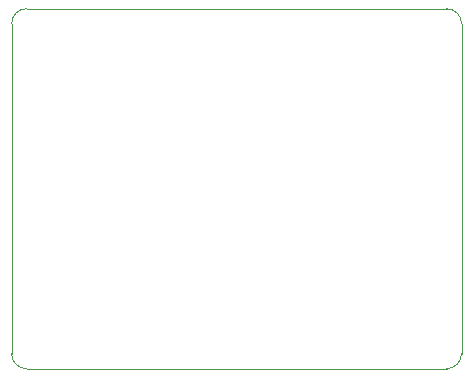
<source format=gbr>
G04 #@! TF.GenerationSoftware,KiCad,Pcbnew,(5.1.2)-1*
G04 #@! TF.CreationDate,2019-09-27T08:17:11+00:00*
G04 #@! TF.ProjectId,lilikitPCB,6c696c69-6b69-4745-9043-422e6b696361,V01*
G04 #@! TF.SameCoordinates,Original*
G04 #@! TF.FileFunction,Profile,NP*
%FSLAX46Y46*%
G04 Gerber Fmt 4.6, Leading zero omitted, Abs format (unit mm)*
G04 Created by KiCad (PCBNEW (5.1.2)-1) date 2019-09-27 08:17:11*
%MOMM*%
%LPD*%
G04 APERTURE LIST*
%ADD10C,0.050000*%
G04 APERTURE END LIST*
D10*
X80010000Y-110490000D02*
X80010000Y-82550000D01*
X116840000Y-111760000D02*
X81280000Y-111760000D01*
X118110000Y-82550000D02*
X118110000Y-110490000D01*
X81280000Y-81280000D02*
X116840000Y-81280000D01*
X81280000Y-111760000D02*
G75*
G02X80010000Y-110490000I0J1270000D01*
G01*
X80010000Y-82550000D02*
G75*
G02X81280000Y-81280000I1270000J0D01*
G01*
X116840000Y-81280000D02*
G75*
G02X118110000Y-82550000I0J-1270000D01*
G01*
X118110000Y-110490000D02*
G75*
G02X116840000Y-111760000I-1270000J0D01*
G01*
M02*

</source>
